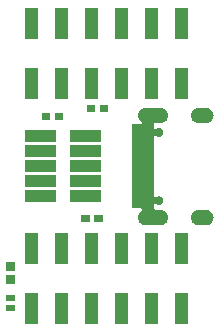
<source format=gts>
G04 #@! TF.GenerationSoftware,KiCad,Pcbnew,5.0.1*
G04 #@! TF.CreationDate,2018-12-05T07:05:07-08:00*
G04 #@! TF.ProjectId,pmod-samd21,706D6F642D73616D6432312E6B696361,rev?*
G04 #@! TF.SameCoordinates,Original*
G04 #@! TF.FileFunction,Soldermask,Top*
G04 #@! TF.FilePolarity,Negative*
%FSLAX46Y46*%
G04 Gerber Fmt 4.6, Leading zero omitted, Abs format (unit mm)*
G04 Created by KiCad (PCBNEW 5.0.1) date Wed 05 Dec 2018 07:05:07 AM PST*
%MOMM*%
%LPD*%
G01*
G04 APERTURE LIST*
%ADD10C,0.100000*%
G04 APERTURE END LIST*
D10*
G36*
X145859000Y-162611000D02*
X144741000Y-162611000D01*
X144741000Y-159969000D01*
X145859000Y-159969000D01*
X145859000Y-162611000D01*
X145859000Y-162611000D01*
G37*
G36*
X148399000Y-162611000D02*
X147281000Y-162611000D01*
X147281000Y-159969000D01*
X148399000Y-159969000D01*
X148399000Y-162611000D01*
X148399000Y-162611000D01*
G37*
G36*
X150939000Y-162611000D02*
X149821000Y-162611000D01*
X149821000Y-159969000D01*
X150939000Y-159969000D01*
X150939000Y-162611000D01*
X150939000Y-162611000D01*
G37*
G36*
X153479000Y-162611000D02*
X152361000Y-162611000D01*
X152361000Y-159969000D01*
X153479000Y-159969000D01*
X153479000Y-162611000D01*
X153479000Y-162611000D01*
G37*
G36*
X156019000Y-162611000D02*
X154901000Y-162611000D01*
X154901000Y-159969000D01*
X156019000Y-159969000D01*
X156019000Y-162611000D01*
X156019000Y-162611000D01*
G37*
G36*
X158559000Y-162611000D02*
X157441000Y-162611000D01*
X157441000Y-159969000D01*
X158559000Y-159969000D01*
X158559000Y-162611000D01*
X158559000Y-162611000D01*
G37*
G36*
X143861000Y-161483000D02*
X143159000Y-161483000D01*
X143159000Y-160981000D01*
X143861000Y-160981000D01*
X143861000Y-161483000D01*
X143861000Y-161483000D01*
G37*
G36*
X143861000Y-160583000D02*
X143159000Y-160583000D01*
X143159000Y-160081000D01*
X143861000Y-160081000D01*
X143861000Y-160583000D01*
X143861000Y-160583000D01*
G37*
G36*
X143911000Y-159143000D02*
X143109000Y-159143000D01*
X143109000Y-158441000D01*
X143911000Y-158441000D01*
X143911000Y-159143000D01*
X143911000Y-159143000D01*
G37*
G36*
X143911000Y-158043000D02*
X143109000Y-158043000D01*
X143109000Y-157341000D01*
X143911000Y-157341000D01*
X143911000Y-158043000D01*
X143911000Y-158043000D01*
G37*
G36*
X145859000Y-157531000D02*
X144741000Y-157531000D01*
X144741000Y-154889000D01*
X145859000Y-154889000D01*
X145859000Y-157531000D01*
X145859000Y-157531000D01*
G37*
G36*
X158559000Y-157531000D02*
X157441000Y-157531000D01*
X157441000Y-154889000D01*
X158559000Y-154889000D01*
X158559000Y-157531000D01*
X158559000Y-157531000D01*
G37*
G36*
X153479000Y-157531000D02*
X152361000Y-157531000D01*
X152361000Y-154889000D01*
X153479000Y-154889000D01*
X153479000Y-157531000D01*
X153479000Y-157531000D01*
G37*
G36*
X150939000Y-157531000D02*
X149821000Y-157531000D01*
X149821000Y-154889000D01*
X150939000Y-154889000D01*
X150939000Y-157531000D01*
X150939000Y-157531000D01*
G37*
G36*
X148399000Y-157531000D02*
X147281000Y-157531000D01*
X147281000Y-154889000D01*
X148399000Y-154889000D01*
X148399000Y-157531000D01*
X148399000Y-157531000D01*
G37*
G36*
X156019000Y-157531000D02*
X154901000Y-157531000D01*
X154901000Y-154889000D01*
X156019000Y-154889000D01*
X156019000Y-157531000D01*
X156019000Y-157531000D01*
G37*
G36*
X160113855Y-152897140D02*
X160177618Y-152903420D01*
X160259427Y-152928237D01*
X160300333Y-152940645D01*
X160400491Y-152994181D01*
X160413426Y-153001095D01*
X160512553Y-153082447D01*
X160593905Y-153181574D01*
X160593906Y-153181576D01*
X160654355Y-153294667D01*
X160654355Y-153294668D01*
X160691580Y-153417382D01*
X160704149Y-153545000D01*
X160691580Y-153672618D01*
X160666763Y-153754427D01*
X160654355Y-153795333D01*
X160600819Y-153895491D01*
X160593905Y-153908426D01*
X160512553Y-154007553D01*
X160413426Y-154088905D01*
X160413424Y-154088906D01*
X160300333Y-154149355D01*
X160259427Y-154161763D01*
X160177618Y-154186580D01*
X160113855Y-154192860D01*
X160081974Y-154196000D01*
X159418026Y-154196000D01*
X159386145Y-154192860D01*
X159322382Y-154186580D01*
X159240573Y-154161763D01*
X159199667Y-154149355D01*
X159086576Y-154088906D01*
X159086574Y-154088905D01*
X158987447Y-154007553D01*
X158906095Y-153908426D01*
X158899181Y-153895491D01*
X158845645Y-153795333D01*
X158833237Y-153754427D01*
X158808420Y-153672618D01*
X158795851Y-153545000D01*
X158808420Y-153417382D01*
X158845645Y-153294668D01*
X158845645Y-153294667D01*
X158906094Y-153181576D01*
X158906095Y-153181574D01*
X158987447Y-153082447D01*
X159086574Y-153001095D01*
X159099509Y-152994181D01*
X159199667Y-152940645D01*
X159240573Y-152928237D01*
X159322382Y-152903420D01*
X159386145Y-152897140D01*
X159418026Y-152894000D01*
X160081974Y-152894000D01*
X160113855Y-152897140D01*
X160113855Y-152897140D01*
G37*
G36*
X156233855Y-144257140D02*
X156297618Y-144263420D01*
X156379427Y-144288237D01*
X156420333Y-144300645D01*
X156520491Y-144354181D01*
X156533426Y-144361095D01*
X156632553Y-144442447D01*
X156713905Y-144541574D01*
X156713906Y-144541576D01*
X156774355Y-144654667D01*
X156774355Y-144654668D01*
X156811580Y-144777382D01*
X156824149Y-144905000D01*
X156811580Y-145032618D01*
X156786763Y-145114427D01*
X156774355Y-145155333D01*
X156720819Y-145255491D01*
X156713905Y-145268426D01*
X156632553Y-145367553D01*
X156533426Y-145448905D01*
X156533424Y-145448906D01*
X156420333Y-145509355D01*
X156379427Y-145521763D01*
X156297618Y-145546580D01*
X156233855Y-145552860D01*
X156201974Y-145556000D01*
X155781000Y-145556000D01*
X155756614Y-145558402D01*
X155733165Y-145565515D01*
X155711554Y-145577066D01*
X155692612Y-145592612D01*
X155677066Y-145611554D01*
X155665515Y-145633165D01*
X155658402Y-145656614D01*
X155656000Y-145681000D01*
X155656000Y-145925556D01*
X155658402Y-145949942D01*
X155665515Y-145973391D01*
X155677066Y-145995002D01*
X155692612Y-146013944D01*
X155711554Y-146029490D01*
X155733165Y-146041041D01*
X155756614Y-146048154D01*
X155781000Y-146050556D01*
X155805386Y-146048154D01*
X155828835Y-146041041D01*
X155850445Y-146029490D01*
X155891894Y-146001795D01*
X155891896Y-146001794D01*
X155891897Y-146001793D01*
X155960325Y-145973450D01*
X155960326Y-145973450D01*
X155960328Y-145973449D01*
X156032966Y-145959000D01*
X156107034Y-145959000D01*
X156179672Y-145973449D01*
X156179674Y-145973450D01*
X156179675Y-145973450D01*
X156248103Y-146001793D01*
X156306841Y-146041041D01*
X156309689Y-146042944D01*
X156362056Y-146095311D01*
X156362058Y-146095314D01*
X156403207Y-146156897D01*
X156431550Y-146225325D01*
X156446000Y-146297967D01*
X156446000Y-146372033D01*
X156431550Y-146444675D01*
X156403207Y-146513103D01*
X156362243Y-146574409D01*
X156362056Y-146574689D01*
X156309689Y-146627056D01*
X156309686Y-146627058D01*
X156248103Y-146668207D01*
X156179675Y-146696550D01*
X156179674Y-146696550D01*
X156179672Y-146696551D01*
X156107034Y-146711000D01*
X156032966Y-146711000D01*
X155960328Y-146696551D01*
X155960326Y-146696550D01*
X155960325Y-146696550D01*
X155891897Y-146668207D01*
X155873713Y-146656057D01*
X155850445Y-146640510D01*
X155828834Y-146628959D01*
X155805385Y-146621846D01*
X155780999Y-146619444D01*
X155756612Y-146621846D01*
X155733163Y-146628960D01*
X155711553Y-146640511D01*
X155692611Y-146656057D01*
X155677066Y-146674999D01*
X155665515Y-146696610D01*
X155658402Y-146720059D01*
X155656000Y-146744444D01*
X155656000Y-151705556D01*
X155658402Y-151729942D01*
X155665515Y-151753391D01*
X155677066Y-151775002D01*
X155692612Y-151793944D01*
X155711554Y-151809490D01*
X155733165Y-151821041D01*
X155756614Y-151828154D01*
X155781000Y-151830556D01*
X155805386Y-151828154D01*
X155828835Y-151821041D01*
X155850445Y-151809490D01*
X155891894Y-151781795D01*
X155891896Y-151781794D01*
X155891897Y-151781793D01*
X155960325Y-151753450D01*
X155960326Y-151753450D01*
X155960328Y-151753449D01*
X156032966Y-151739000D01*
X156107034Y-151739000D01*
X156179672Y-151753449D01*
X156179674Y-151753450D01*
X156179675Y-151753450D01*
X156248103Y-151781793D01*
X156306841Y-151821041D01*
X156309689Y-151822944D01*
X156362056Y-151875311D01*
X156362058Y-151875314D01*
X156403207Y-151936897D01*
X156431550Y-152005325D01*
X156446000Y-152077967D01*
X156446000Y-152152033D01*
X156431550Y-152224675D01*
X156403207Y-152293103D01*
X156362243Y-152354409D01*
X156362056Y-152354689D01*
X156309689Y-152407056D01*
X156309686Y-152407058D01*
X156248103Y-152448207D01*
X156179675Y-152476550D01*
X156179674Y-152476550D01*
X156179672Y-152476551D01*
X156107034Y-152491000D01*
X156032966Y-152491000D01*
X155960328Y-152476551D01*
X155960326Y-152476550D01*
X155960325Y-152476550D01*
X155891897Y-152448207D01*
X155873713Y-152436057D01*
X155850445Y-152420510D01*
X155828834Y-152408959D01*
X155805385Y-152401846D01*
X155780999Y-152399444D01*
X155756612Y-152401846D01*
X155733163Y-152408960D01*
X155711553Y-152420511D01*
X155692611Y-152436057D01*
X155677066Y-152454999D01*
X155665515Y-152476610D01*
X155658402Y-152500059D01*
X155656000Y-152524444D01*
X155656000Y-152769000D01*
X155658402Y-152793386D01*
X155665515Y-152816835D01*
X155677066Y-152838446D01*
X155692612Y-152857388D01*
X155711554Y-152872934D01*
X155733165Y-152884485D01*
X155756614Y-152891598D01*
X155781000Y-152894000D01*
X156201974Y-152894000D01*
X156233855Y-152897140D01*
X156297618Y-152903420D01*
X156379427Y-152928237D01*
X156420333Y-152940645D01*
X156520491Y-152994181D01*
X156533426Y-153001095D01*
X156632553Y-153082447D01*
X156713905Y-153181574D01*
X156713906Y-153181576D01*
X156774355Y-153294667D01*
X156774355Y-153294668D01*
X156811580Y-153417382D01*
X156824149Y-153545000D01*
X156811580Y-153672618D01*
X156786763Y-153754427D01*
X156774355Y-153795333D01*
X156720819Y-153895491D01*
X156713905Y-153908426D01*
X156632553Y-154007553D01*
X156533426Y-154088905D01*
X156533424Y-154088906D01*
X156420333Y-154149355D01*
X156379427Y-154161763D01*
X156297618Y-154186580D01*
X156233855Y-154192860D01*
X156201974Y-154196000D01*
X154938026Y-154196000D01*
X154906145Y-154192860D01*
X154842382Y-154186580D01*
X154760573Y-154161763D01*
X154719667Y-154149355D01*
X154606576Y-154088906D01*
X154606574Y-154088905D01*
X154507447Y-154007553D01*
X154426095Y-153908426D01*
X154419181Y-153895491D01*
X154365645Y-153795333D01*
X154353237Y-153754427D01*
X154328420Y-153672618D01*
X154315851Y-153545000D01*
X154328420Y-153417382D01*
X154365645Y-153294668D01*
X154365645Y-153294667D01*
X154426094Y-153181576D01*
X154426095Y-153181574D01*
X154507447Y-153082447D01*
X154606574Y-153001095D01*
X154610801Y-152997626D01*
X154628128Y-152980299D01*
X154641741Y-152959924D01*
X154651119Y-152937285D01*
X154655899Y-152913251D01*
X154655899Y-152888747D01*
X154651118Y-152864714D01*
X154641741Y-152842075D01*
X154628127Y-152821700D01*
X154610800Y-152804373D01*
X154590425Y-152790760D01*
X154567786Y-152781382D01*
X154531501Y-152776000D01*
X153804000Y-152776000D01*
X153804000Y-145674000D01*
X154531501Y-145674000D01*
X154555887Y-145671598D01*
X154579336Y-145664485D01*
X154600947Y-145652934D01*
X154619889Y-145637388D01*
X154635435Y-145618446D01*
X154646986Y-145596835D01*
X154654099Y-145573386D01*
X154656501Y-145549000D01*
X154654099Y-145524614D01*
X154646986Y-145501165D01*
X154635435Y-145479554D01*
X154610801Y-145452374D01*
X154507447Y-145367553D01*
X154480731Y-145335000D01*
X154426095Y-145268426D01*
X154419181Y-145255491D01*
X154365645Y-145155333D01*
X154353237Y-145114427D01*
X154328420Y-145032618D01*
X154315851Y-144905000D01*
X154328420Y-144777382D01*
X154365645Y-144654668D01*
X154365645Y-144654667D01*
X154426094Y-144541576D01*
X154426095Y-144541574D01*
X154507447Y-144442447D01*
X154606574Y-144361095D01*
X154619509Y-144354181D01*
X154719667Y-144300645D01*
X154760573Y-144288237D01*
X154842382Y-144263420D01*
X154906145Y-144257140D01*
X154938026Y-144254000D01*
X156201974Y-144254000D01*
X156233855Y-144257140D01*
X156233855Y-144257140D01*
G37*
G36*
X150211000Y-153971000D02*
X149509000Y-153971000D01*
X149509000Y-153369000D01*
X150211000Y-153369000D01*
X150211000Y-153971000D01*
X150211000Y-153971000D01*
G37*
G36*
X151311000Y-153971000D02*
X150609000Y-153971000D01*
X150609000Y-153369000D01*
X151311000Y-153369000D01*
X151311000Y-153971000D01*
X151311000Y-153971000D01*
G37*
G36*
X147351000Y-152266000D02*
X144749000Y-152266000D01*
X144749000Y-151264000D01*
X147351000Y-151264000D01*
X147351000Y-152266000D01*
X147351000Y-152266000D01*
G37*
G36*
X151161000Y-152266000D02*
X148559000Y-152266000D01*
X148559000Y-151264000D01*
X151161000Y-151264000D01*
X151161000Y-152266000D01*
X151161000Y-152266000D01*
G37*
G36*
X151161000Y-150996000D02*
X148559000Y-150996000D01*
X148559000Y-149994000D01*
X151161000Y-149994000D01*
X151161000Y-150996000D01*
X151161000Y-150996000D01*
G37*
G36*
X147351000Y-150996000D02*
X144749000Y-150996000D01*
X144749000Y-149994000D01*
X147351000Y-149994000D01*
X147351000Y-150996000D01*
X147351000Y-150996000D01*
G37*
G36*
X151161000Y-149726000D02*
X148559000Y-149726000D01*
X148559000Y-148724000D01*
X151161000Y-148724000D01*
X151161000Y-149726000D01*
X151161000Y-149726000D01*
G37*
G36*
X147351000Y-149726000D02*
X144749000Y-149726000D01*
X144749000Y-148724000D01*
X147351000Y-148724000D01*
X147351000Y-149726000D01*
X147351000Y-149726000D01*
G37*
G36*
X151161000Y-148456000D02*
X148559000Y-148456000D01*
X148559000Y-147454000D01*
X151161000Y-147454000D01*
X151161000Y-148456000D01*
X151161000Y-148456000D01*
G37*
G36*
X147351000Y-148456000D02*
X144749000Y-148456000D01*
X144749000Y-147454000D01*
X147351000Y-147454000D01*
X147351000Y-148456000D01*
X147351000Y-148456000D01*
G37*
G36*
X151161000Y-147186000D02*
X148559000Y-147186000D01*
X148559000Y-146184000D01*
X151161000Y-146184000D01*
X151161000Y-147186000D01*
X151161000Y-147186000D01*
G37*
G36*
X147351000Y-147186000D02*
X144749000Y-147186000D01*
X144749000Y-146184000D01*
X147351000Y-146184000D01*
X147351000Y-147186000D01*
X147351000Y-147186000D01*
G37*
G36*
X160113855Y-144257140D02*
X160177618Y-144263420D01*
X160259427Y-144288237D01*
X160300333Y-144300645D01*
X160400491Y-144354181D01*
X160413426Y-144361095D01*
X160512553Y-144442447D01*
X160593905Y-144541574D01*
X160593906Y-144541576D01*
X160654355Y-144654667D01*
X160654355Y-144654668D01*
X160691580Y-144777382D01*
X160704149Y-144905000D01*
X160691580Y-145032618D01*
X160666763Y-145114427D01*
X160654355Y-145155333D01*
X160600819Y-145255491D01*
X160593905Y-145268426D01*
X160512553Y-145367553D01*
X160413426Y-145448905D01*
X160413424Y-145448906D01*
X160300333Y-145509355D01*
X160259427Y-145521763D01*
X160177618Y-145546580D01*
X160113855Y-145552860D01*
X160081974Y-145556000D01*
X159418026Y-145556000D01*
X159386145Y-145552860D01*
X159322382Y-145546580D01*
X159240573Y-145521763D01*
X159199667Y-145509355D01*
X159086576Y-145448906D01*
X159086574Y-145448905D01*
X158987447Y-145367553D01*
X158906095Y-145268426D01*
X158899181Y-145255491D01*
X158845645Y-145155333D01*
X158833237Y-145114427D01*
X158808420Y-145032618D01*
X158795851Y-144905000D01*
X158808420Y-144777382D01*
X158845645Y-144654668D01*
X158845645Y-144654667D01*
X158906094Y-144541576D01*
X158906095Y-144541574D01*
X158987447Y-144442447D01*
X159086574Y-144361095D01*
X159099509Y-144354181D01*
X159199667Y-144300645D01*
X159240573Y-144288237D01*
X159322382Y-144263420D01*
X159386145Y-144257140D01*
X159418026Y-144254000D01*
X160081974Y-144254000D01*
X160113855Y-144257140D01*
X160113855Y-144257140D01*
G37*
G36*
X147967000Y-145335000D02*
X147265000Y-145335000D01*
X147265000Y-144733000D01*
X147967000Y-144733000D01*
X147967000Y-145335000D01*
X147967000Y-145335000D01*
G37*
G36*
X146867000Y-145335000D02*
X146165000Y-145335000D01*
X146165000Y-144733000D01*
X146867000Y-144733000D01*
X146867000Y-145335000D01*
X146867000Y-145335000D01*
G37*
G36*
X151786305Y-144611608D02*
X151084305Y-144611608D01*
X151084305Y-144009608D01*
X151786305Y-144009608D01*
X151786305Y-144611608D01*
X151786305Y-144611608D01*
G37*
G36*
X150686305Y-144611608D02*
X149984305Y-144611608D01*
X149984305Y-144009608D01*
X150686305Y-144009608D01*
X150686305Y-144611608D01*
X150686305Y-144611608D01*
G37*
G36*
X145859000Y-143561000D02*
X144741000Y-143561000D01*
X144741000Y-140919000D01*
X145859000Y-140919000D01*
X145859000Y-143561000D01*
X145859000Y-143561000D01*
G37*
G36*
X158559000Y-143561000D02*
X157441000Y-143561000D01*
X157441000Y-140919000D01*
X158559000Y-140919000D01*
X158559000Y-143561000D01*
X158559000Y-143561000D01*
G37*
G36*
X156019000Y-143561000D02*
X154901000Y-143561000D01*
X154901000Y-140919000D01*
X156019000Y-140919000D01*
X156019000Y-143561000D01*
X156019000Y-143561000D01*
G37*
G36*
X153479000Y-143561000D02*
X152361000Y-143561000D01*
X152361000Y-140919000D01*
X153479000Y-140919000D01*
X153479000Y-143561000D01*
X153479000Y-143561000D01*
G37*
G36*
X150939000Y-143561000D02*
X149821000Y-143561000D01*
X149821000Y-140919000D01*
X150939000Y-140919000D01*
X150939000Y-143561000D01*
X150939000Y-143561000D01*
G37*
G36*
X148399000Y-143561000D02*
X147281000Y-143561000D01*
X147281000Y-140919000D01*
X148399000Y-140919000D01*
X148399000Y-143561000D01*
X148399000Y-143561000D01*
G37*
G36*
X156019000Y-138481000D02*
X154901000Y-138481000D01*
X154901000Y-135839000D01*
X156019000Y-135839000D01*
X156019000Y-138481000D01*
X156019000Y-138481000D01*
G37*
G36*
X145859000Y-138481000D02*
X144741000Y-138481000D01*
X144741000Y-135839000D01*
X145859000Y-135839000D01*
X145859000Y-138481000D01*
X145859000Y-138481000D01*
G37*
G36*
X158559000Y-138481000D02*
X157441000Y-138481000D01*
X157441000Y-135839000D01*
X158559000Y-135839000D01*
X158559000Y-138481000D01*
X158559000Y-138481000D01*
G37*
G36*
X148399000Y-138481000D02*
X147281000Y-138481000D01*
X147281000Y-135839000D01*
X148399000Y-135839000D01*
X148399000Y-138481000D01*
X148399000Y-138481000D01*
G37*
G36*
X153479000Y-138481000D02*
X152361000Y-138481000D01*
X152361000Y-135839000D01*
X153479000Y-135839000D01*
X153479000Y-138481000D01*
X153479000Y-138481000D01*
G37*
G36*
X150939000Y-138481000D02*
X149821000Y-138481000D01*
X149821000Y-135839000D01*
X150939000Y-135839000D01*
X150939000Y-138481000D01*
X150939000Y-138481000D01*
G37*
M02*

</source>
